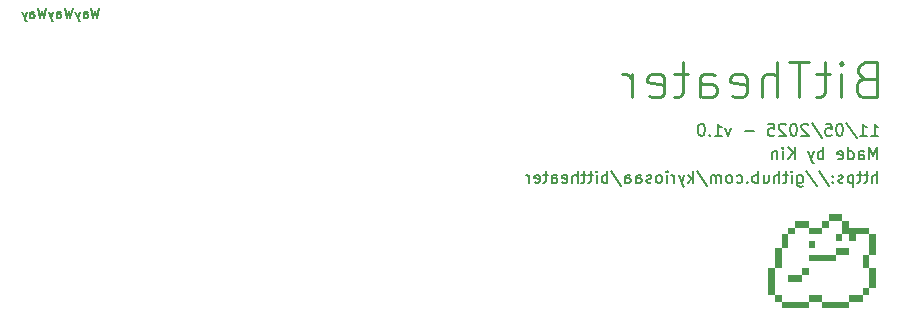
<source format=gbr>
%TF.GenerationSoftware,KiCad,Pcbnew,9.0.0*%
%TF.CreationDate,2025-05-12T01:14:56+07:00*%
%TF.ProjectId,bittheater,62697474-6865-4617-9465-722e6b696361,rev?*%
%TF.SameCoordinates,Original*%
%TF.FileFunction,Legend,Bot*%
%TF.FilePolarity,Positive*%
%FSLAX46Y46*%
G04 Gerber Fmt 4.6, Leading zero omitted, Abs format (unit mm)*
G04 Created by KiCad (PCBNEW 9.0.0) date 2025-05-12 01:14:56*
%MOMM*%
%LPD*%
G01*
G04 APERTURE LIST*
%ADD10C,0.150000*%
%ADD11C,0.250000*%
%ADD12C,0.000000*%
%ADD13C,2.000000*%
%ADD14R,1.600000X1.600000*%
%ADD15O,1.600000X1.600000*%
%ADD16C,1.600000*%
%ADD17R,1.700000X1.700000*%
%ADD18O,1.700000X1.700000*%
G04 APERTURE END LIST*
D10*
X164663220Y-83869819D02*
X164663220Y-82869819D01*
X164234649Y-83869819D02*
X164234649Y-83346009D01*
X164234649Y-83346009D02*
X164282268Y-83250771D01*
X164282268Y-83250771D02*
X164377506Y-83203152D01*
X164377506Y-83203152D02*
X164520363Y-83203152D01*
X164520363Y-83203152D02*
X164615601Y-83250771D01*
X164615601Y-83250771D02*
X164663220Y-83298390D01*
X163901315Y-83203152D02*
X163520363Y-83203152D01*
X163758458Y-82869819D02*
X163758458Y-83726961D01*
X163758458Y-83726961D02*
X163710839Y-83822200D01*
X163710839Y-83822200D02*
X163615601Y-83869819D01*
X163615601Y-83869819D02*
X163520363Y-83869819D01*
X163329886Y-83203152D02*
X162948934Y-83203152D01*
X163187029Y-82869819D02*
X163187029Y-83726961D01*
X163187029Y-83726961D02*
X163139410Y-83822200D01*
X163139410Y-83822200D02*
X163044172Y-83869819D01*
X163044172Y-83869819D02*
X162948934Y-83869819D01*
X162615600Y-83203152D02*
X162615600Y-84203152D01*
X162615600Y-83250771D02*
X162520362Y-83203152D01*
X162520362Y-83203152D02*
X162329886Y-83203152D01*
X162329886Y-83203152D02*
X162234648Y-83250771D01*
X162234648Y-83250771D02*
X162187029Y-83298390D01*
X162187029Y-83298390D02*
X162139410Y-83393628D01*
X162139410Y-83393628D02*
X162139410Y-83679342D01*
X162139410Y-83679342D02*
X162187029Y-83774580D01*
X162187029Y-83774580D02*
X162234648Y-83822200D01*
X162234648Y-83822200D02*
X162329886Y-83869819D01*
X162329886Y-83869819D02*
X162520362Y-83869819D01*
X162520362Y-83869819D02*
X162615600Y-83822200D01*
X161758457Y-83822200D02*
X161663219Y-83869819D01*
X161663219Y-83869819D02*
X161472743Y-83869819D01*
X161472743Y-83869819D02*
X161377505Y-83822200D01*
X161377505Y-83822200D02*
X161329886Y-83726961D01*
X161329886Y-83726961D02*
X161329886Y-83679342D01*
X161329886Y-83679342D02*
X161377505Y-83584104D01*
X161377505Y-83584104D02*
X161472743Y-83536485D01*
X161472743Y-83536485D02*
X161615600Y-83536485D01*
X161615600Y-83536485D02*
X161710838Y-83488866D01*
X161710838Y-83488866D02*
X161758457Y-83393628D01*
X161758457Y-83393628D02*
X161758457Y-83346009D01*
X161758457Y-83346009D02*
X161710838Y-83250771D01*
X161710838Y-83250771D02*
X161615600Y-83203152D01*
X161615600Y-83203152D02*
X161472743Y-83203152D01*
X161472743Y-83203152D02*
X161377505Y-83250771D01*
X160901314Y-83774580D02*
X160853695Y-83822200D01*
X160853695Y-83822200D02*
X160901314Y-83869819D01*
X160901314Y-83869819D02*
X160948933Y-83822200D01*
X160948933Y-83822200D02*
X160901314Y-83774580D01*
X160901314Y-83774580D02*
X160901314Y-83869819D01*
X160901314Y-83250771D02*
X160853695Y-83298390D01*
X160853695Y-83298390D02*
X160901314Y-83346009D01*
X160901314Y-83346009D02*
X160948933Y-83298390D01*
X160948933Y-83298390D02*
X160901314Y-83250771D01*
X160901314Y-83250771D02*
X160901314Y-83346009D01*
X159710839Y-82822200D02*
X160567981Y-84107914D01*
X158663220Y-82822200D02*
X159520362Y-84107914D01*
X157901315Y-83203152D02*
X157901315Y-84012676D01*
X157901315Y-84012676D02*
X157948934Y-84107914D01*
X157948934Y-84107914D02*
X157996553Y-84155533D01*
X157996553Y-84155533D02*
X158091791Y-84203152D01*
X158091791Y-84203152D02*
X158234648Y-84203152D01*
X158234648Y-84203152D02*
X158329886Y-84155533D01*
X157901315Y-83822200D02*
X157996553Y-83869819D01*
X157996553Y-83869819D02*
X158187029Y-83869819D01*
X158187029Y-83869819D02*
X158282267Y-83822200D01*
X158282267Y-83822200D02*
X158329886Y-83774580D01*
X158329886Y-83774580D02*
X158377505Y-83679342D01*
X158377505Y-83679342D02*
X158377505Y-83393628D01*
X158377505Y-83393628D02*
X158329886Y-83298390D01*
X158329886Y-83298390D02*
X158282267Y-83250771D01*
X158282267Y-83250771D02*
X158187029Y-83203152D01*
X158187029Y-83203152D02*
X157996553Y-83203152D01*
X157996553Y-83203152D02*
X157901315Y-83250771D01*
X157425124Y-83869819D02*
X157425124Y-83203152D01*
X157425124Y-82869819D02*
X157472743Y-82917438D01*
X157472743Y-82917438D02*
X157425124Y-82965057D01*
X157425124Y-82965057D02*
X157377505Y-82917438D01*
X157377505Y-82917438D02*
X157425124Y-82869819D01*
X157425124Y-82869819D02*
X157425124Y-82965057D01*
X157091791Y-83203152D02*
X156710839Y-83203152D01*
X156948934Y-82869819D02*
X156948934Y-83726961D01*
X156948934Y-83726961D02*
X156901315Y-83822200D01*
X156901315Y-83822200D02*
X156806077Y-83869819D01*
X156806077Y-83869819D02*
X156710839Y-83869819D01*
X156377505Y-83869819D02*
X156377505Y-82869819D01*
X155948934Y-83869819D02*
X155948934Y-83346009D01*
X155948934Y-83346009D02*
X155996553Y-83250771D01*
X155996553Y-83250771D02*
X156091791Y-83203152D01*
X156091791Y-83203152D02*
X156234648Y-83203152D01*
X156234648Y-83203152D02*
X156329886Y-83250771D01*
X156329886Y-83250771D02*
X156377505Y-83298390D01*
X155044172Y-83203152D02*
X155044172Y-83869819D01*
X155472743Y-83203152D02*
X155472743Y-83726961D01*
X155472743Y-83726961D02*
X155425124Y-83822200D01*
X155425124Y-83822200D02*
X155329886Y-83869819D01*
X155329886Y-83869819D02*
X155187029Y-83869819D01*
X155187029Y-83869819D02*
X155091791Y-83822200D01*
X155091791Y-83822200D02*
X155044172Y-83774580D01*
X154567981Y-83869819D02*
X154567981Y-82869819D01*
X154567981Y-83250771D02*
X154472743Y-83203152D01*
X154472743Y-83203152D02*
X154282267Y-83203152D01*
X154282267Y-83203152D02*
X154187029Y-83250771D01*
X154187029Y-83250771D02*
X154139410Y-83298390D01*
X154139410Y-83298390D02*
X154091791Y-83393628D01*
X154091791Y-83393628D02*
X154091791Y-83679342D01*
X154091791Y-83679342D02*
X154139410Y-83774580D01*
X154139410Y-83774580D02*
X154187029Y-83822200D01*
X154187029Y-83822200D02*
X154282267Y-83869819D01*
X154282267Y-83869819D02*
X154472743Y-83869819D01*
X154472743Y-83869819D02*
X154567981Y-83822200D01*
X153663219Y-83774580D02*
X153615600Y-83822200D01*
X153615600Y-83822200D02*
X153663219Y-83869819D01*
X153663219Y-83869819D02*
X153710838Y-83822200D01*
X153710838Y-83822200D02*
X153663219Y-83774580D01*
X153663219Y-83774580D02*
X153663219Y-83869819D01*
X152758458Y-83822200D02*
X152853696Y-83869819D01*
X152853696Y-83869819D02*
X153044172Y-83869819D01*
X153044172Y-83869819D02*
X153139410Y-83822200D01*
X153139410Y-83822200D02*
X153187029Y-83774580D01*
X153187029Y-83774580D02*
X153234648Y-83679342D01*
X153234648Y-83679342D02*
X153234648Y-83393628D01*
X153234648Y-83393628D02*
X153187029Y-83298390D01*
X153187029Y-83298390D02*
X153139410Y-83250771D01*
X153139410Y-83250771D02*
X153044172Y-83203152D01*
X153044172Y-83203152D02*
X152853696Y-83203152D01*
X152853696Y-83203152D02*
X152758458Y-83250771D01*
X152187029Y-83869819D02*
X152282267Y-83822200D01*
X152282267Y-83822200D02*
X152329886Y-83774580D01*
X152329886Y-83774580D02*
X152377505Y-83679342D01*
X152377505Y-83679342D02*
X152377505Y-83393628D01*
X152377505Y-83393628D02*
X152329886Y-83298390D01*
X152329886Y-83298390D02*
X152282267Y-83250771D01*
X152282267Y-83250771D02*
X152187029Y-83203152D01*
X152187029Y-83203152D02*
X152044172Y-83203152D01*
X152044172Y-83203152D02*
X151948934Y-83250771D01*
X151948934Y-83250771D02*
X151901315Y-83298390D01*
X151901315Y-83298390D02*
X151853696Y-83393628D01*
X151853696Y-83393628D02*
X151853696Y-83679342D01*
X151853696Y-83679342D02*
X151901315Y-83774580D01*
X151901315Y-83774580D02*
X151948934Y-83822200D01*
X151948934Y-83822200D02*
X152044172Y-83869819D01*
X152044172Y-83869819D02*
X152187029Y-83869819D01*
X151425124Y-83869819D02*
X151425124Y-83203152D01*
X151425124Y-83298390D02*
X151377505Y-83250771D01*
X151377505Y-83250771D02*
X151282267Y-83203152D01*
X151282267Y-83203152D02*
X151139410Y-83203152D01*
X151139410Y-83203152D02*
X151044172Y-83250771D01*
X151044172Y-83250771D02*
X150996553Y-83346009D01*
X150996553Y-83346009D02*
X150996553Y-83869819D01*
X150996553Y-83346009D02*
X150948934Y-83250771D01*
X150948934Y-83250771D02*
X150853696Y-83203152D01*
X150853696Y-83203152D02*
X150710839Y-83203152D01*
X150710839Y-83203152D02*
X150615600Y-83250771D01*
X150615600Y-83250771D02*
X150567981Y-83346009D01*
X150567981Y-83346009D02*
X150567981Y-83869819D01*
X149377506Y-82822200D02*
X150234648Y-84107914D01*
X149044172Y-83869819D02*
X149044172Y-82869819D01*
X148948934Y-83488866D02*
X148663220Y-83869819D01*
X148663220Y-83203152D02*
X149044172Y-83584104D01*
X148329886Y-83203152D02*
X148091791Y-83869819D01*
X147853696Y-83203152D02*
X148091791Y-83869819D01*
X148091791Y-83869819D02*
X148187029Y-84107914D01*
X148187029Y-84107914D02*
X148234648Y-84155533D01*
X148234648Y-84155533D02*
X148329886Y-84203152D01*
X147472743Y-83869819D02*
X147472743Y-83203152D01*
X147472743Y-83393628D02*
X147425124Y-83298390D01*
X147425124Y-83298390D02*
X147377505Y-83250771D01*
X147377505Y-83250771D02*
X147282267Y-83203152D01*
X147282267Y-83203152D02*
X147187029Y-83203152D01*
X146853695Y-83869819D02*
X146853695Y-83203152D01*
X146853695Y-82869819D02*
X146901314Y-82917438D01*
X146901314Y-82917438D02*
X146853695Y-82965057D01*
X146853695Y-82965057D02*
X146806076Y-82917438D01*
X146806076Y-82917438D02*
X146853695Y-82869819D01*
X146853695Y-82869819D02*
X146853695Y-82965057D01*
X146234648Y-83869819D02*
X146329886Y-83822200D01*
X146329886Y-83822200D02*
X146377505Y-83774580D01*
X146377505Y-83774580D02*
X146425124Y-83679342D01*
X146425124Y-83679342D02*
X146425124Y-83393628D01*
X146425124Y-83393628D02*
X146377505Y-83298390D01*
X146377505Y-83298390D02*
X146329886Y-83250771D01*
X146329886Y-83250771D02*
X146234648Y-83203152D01*
X146234648Y-83203152D02*
X146091791Y-83203152D01*
X146091791Y-83203152D02*
X145996553Y-83250771D01*
X145996553Y-83250771D02*
X145948934Y-83298390D01*
X145948934Y-83298390D02*
X145901315Y-83393628D01*
X145901315Y-83393628D02*
X145901315Y-83679342D01*
X145901315Y-83679342D02*
X145948934Y-83774580D01*
X145948934Y-83774580D02*
X145996553Y-83822200D01*
X145996553Y-83822200D02*
X146091791Y-83869819D01*
X146091791Y-83869819D02*
X146234648Y-83869819D01*
X145520362Y-83822200D02*
X145425124Y-83869819D01*
X145425124Y-83869819D02*
X145234648Y-83869819D01*
X145234648Y-83869819D02*
X145139410Y-83822200D01*
X145139410Y-83822200D02*
X145091791Y-83726961D01*
X145091791Y-83726961D02*
X145091791Y-83679342D01*
X145091791Y-83679342D02*
X145139410Y-83584104D01*
X145139410Y-83584104D02*
X145234648Y-83536485D01*
X145234648Y-83536485D02*
X145377505Y-83536485D01*
X145377505Y-83536485D02*
X145472743Y-83488866D01*
X145472743Y-83488866D02*
X145520362Y-83393628D01*
X145520362Y-83393628D02*
X145520362Y-83346009D01*
X145520362Y-83346009D02*
X145472743Y-83250771D01*
X145472743Y-83250771D02*
X145377505Y-83203152D01*
X145377505Y-83203152D02*
X145234648Y-83203152D01*
X145234648Y-83203152D02*
X145139410Y-83250771D01*
X144234648Y-83869819D02*
X144234648Y-83346009D01*
X144234648Y-83346009D02*
X144282267Y-83250771D01*
X144282267Y-83250771D02*
X144377505Y-83203152D01*
X144377505Y-83203152D02*
X144567981Y-83203152D01*
X144567981Y-83203152D02*
X144663219Y-83250771D01*
X144234648Y-83822200D02*
X144329886Y-83869819D01*
X144329886Y-83869819D02*
X144567981Y-83869819D01*
X144567981Y-83869819D02*
X144663219Y-83822200D01*
X144663219Y-83822200D02*
X144710838Y-83726961D01*
X144710838Y-83726961D02*
X144710838Y-83631723D01*
X144710838Y-83631723D02*
X144663219Y-83536485D01*
X144663219Y-83536485D02*
X144567981Y-83488866D01*
X144567981Y-83488866D02*
X144329886Y-83488866D01*
X144329886Y-83488866D02*
X144234648Y-83441247D01*
X143329886Y-83869819D02*
X143329886Y-83346009D01*
X143329886Y-83346009D02*
X143377505Y-83250771D01*
X143377505Y-83250771D02*
X143472743Y-83203152D01*
X143472743Y-83203152D02*
X143663219Y-83203152D01*
X143663219Y-83203152D02*
X143758457Y-83250771D01*
X143329886Y-83822200D02*
X143425124Y-83869819D01*
X143425124Y-83869819D02*
X143663219Y-83869819D01*
X143663219Y-83869819D02*
X143758457Y-83822200D01*
X143758457Y-83822200D02*
X143806076Y-83726961D01*
X143806076Y-83726961D02*
X143806076Y-83631723D01*
X143806076Y-83631723D02*
X143758457Y-83536485D01*
X143758457Y-83536485D02*
X143663219Y-83488866D01*
X143663219Y-83488866D02*
X143425124Y-83488866D01*
X143425124Y-83488866D02*
X143329886Y-83441247D01*
X142139410Y-82822200D02*
X142996552Y-84107914D01*
X141806076Y-83869819D02*
X141806076Y-82869819D01*
X141806076Y-83250771D02*
X141710838Y-83203152D01*
X141710838Y-83203152D02*
X141520362Y-83203152D01*
X141520362Y-83203152D02*
X141425124Y-83250771D01*
X141425124Y-83250771D02*
X141377505Y-83298390D01*
X141377505Y-83298390D02*
X141329886Y-83393628D01*
X141329886Y-83393628D02*
X141329886Y-83679342D01*
X141329886Y-83679342D02*
X141377505Y-83774580D01*
X141377505Y-83774580D02*
X141425124Y-83822200D01*
X141425124Y-83822200D02*
X141520362Y-83869819D01*
X141520362Y-83869819D02*
X141710838Y-83869819D01*
X141710838Y-83869819D02*
X141806076Y-83822200D01*
X140901314Y-83869819D02*
X140901314Y-83203152D01*
X140901314Y-82869819D02*
X140948933Y-82917438D01*
X140948933Y-82917438D02*
X140901314Y-82965057D01*
X140901314Y-82965057D02*
X140853695Y-82917438D01*
X140853695Y-82917438D02*
X140901314Y-82869819D01*
X140901314Y-82869819D02*
X140901314Y-82965057D01*
X140567981Y-83203152D02*
X140187029Y-83203152D01*
X140425124Y-82869819D02*
X140425124Y-83726961D01*
X140425124Y-83726961D02*
X140377505Y-83822200D01*
X140377505Y-83822200D02*
X140282267Y-83869819D01*
X140282267Y-83869819D02*
X140187029Y-83869819D01*
X139996552Y-83203152D02*
X139615600Y-83203152D01*
X139853695Y-82869819D02*
X139853695Y-83726961D01*
X139853695Y-83726961D02*
X139806076Y-83822200D01*
X139806076Y-83822200D02*
X139710838Y-83869819D01*
X139710838Y-83869819D02*
X139615600Y-83869819D01*
X139282266Y-83869819D02*
X139282266Y-82869819D01*
X138853695Y-83869819D02*
X138853695Y-83346009D01*
X138853695Y-83346009D02*
X138901314Y-83250771D01*
X138901314Y-83250771D02*
X138996552Y-83203152D01*
X138996552Y-83203152D02*
X139139409Y-83203152D01*
X139139409Y-83203152D02*
X139234647Y-83250771D01*
X139234647Y-83250771D02*
X139282266Y-83298390D01*
X137996552Y-83822200D02*
X138091790Y-83869819D01*
X138091790Y-83869819D02*
X138282266Y-83869819D01*
X138282266Y-83869819D02*
X138377504Y-83822200D01*
X138377504Y-83822200D02*
X138425123Y-83726961D01*
X138425123Y-83726961D02*
X138425123Y-83346009D01*
X138425123Y-83346009D02*
X138377504Y-83250771D01*
X138377504Y-83250771D02*
X138282266Y-83203152D01*
X138282266Y-83203152D02*
X138091790Y-83203152D01*
X138091790Y-83203152D02*
X137996552Y-83250771D01*
X137996552Y-83250771D02*
X137948933Y-83346009D01*
X137948933Y-83346009D02*
X137948933Y-83441247D01*
X137948933Y-83441247D02*
X138425123Y-83536485D01*
X137091790Y-83869819D02*
X137091790Y-83346009D01*
X137091790Y-83346009D02*
X137139409Y-83250771D01*
X137139409Y-83250771D02*
X137234647Y-83203152D01*
X137234647Y-83203152D02*
X137425123Y-83203152D01*
X137425123Y-83203152D02*
X137520361Y-83250771D01*
X137091790Y-83822200D02*
X137187028Y-83869819D01*
X137187028Y-83869819D02*
X137425123Y-83869819D01*
X137425123Y-83869819D02*
X137520361Y-83822200D01*
X137520361Y-83822200D02*
X137567980Y-83726961D01*
X137567980Y-83726961D02*
X137567980Y-83631723D01*
X137567980Y-83631723D02*
X137520361Y-83536485D01*
X137520361Y-83536485D02*
X137425123Y-83488866D01*
X137425123Y-83488866D02*
X137187028Y-83488866D01*
X137187028Y-83488866D02*
X137091790Y-83441247D01*
X136758456Y-83203152D02*
X136377504Y-83203152D01*
X136615599Y-82869819D02*
X136615599Y-83726961D01*
X136615599Y-83726961D02*
X136567980Y-83822200D01*
X136567980Y-83822200D02*
X136472742Y-83869819D01*
X136472742Y-83869819D02*
X136377504Y-83869819D01*
X135663218Y-83822200D02*
X135758456Y-83869819D01*
X135758456Y-83869819D02*
X135948932Y-83869819D01*
X135948932Y-83869819D02*
X136044170Y-83822200D01*
X136044170Y-83822200D02*
X136091789Y-83726961D01*
X136091789Y-83726961D02*
X136091789Y-83346009D01*
X136091789Y-83346009D02*
X136044170Y-83250771D01*
X136044170Y-83250771D02*
X135948932Y-83203152D01*
X135948932Y-83203152D02*
X135758456Y-83203152D01*
X135758456Y-83203152D02*
X135663218Y-83250771D01*
X135663218Y-83250771D02*
X135615599Y-83346009D01*
X135615599Y-83346009D02*
X135615599Y-83441247D01*
X135615599Y-83441247D02*
X136091789Y-83536485D01*
X135187027Y-83869819D02*
X135187027Y-83203152D01*
X135187027Y-83393628D02*
X135139408Y-83298390D01*
X135139408Y-83298390D02*
X135091789Y-83250771D01*
X135091789Y-83250771D02*
X134996551Y-83203152D01*
X134996551Y-83203152D02*
X134901313Y-83203152D01*
X98787030Y-69094295D02*
X98596554Y-69894295D01*
X98596554Y-69894295D02*
X98444173Y-69322866D01*
X98444173Y-69322866D02*
X98291792Y-69894295D01*
X98291792Y-69894295D02*
X98101316Y-69094295D01*
X97453696Y-69894295D02*
X97453696Y-69475247D01*
X97453696Y-69475247D02*
X97491791Y-69399057D01*
X97491791Y-69399057D02*
X97567982Y-69360961D01*
X97567982Y-69360961D02*
X97720363Y-69360961D01*
X97720363Y-69360961D02*
X97796553Y-69399057D01*
X97453696Y-69856200D02*
X97529887Y-69894295D01*
X97529887Y-69894295D02*
X97720363Y-69894295D01*
X97720363Y-69894295D02*
X97796553Y-69856200D01*
X97796553Y-69856200D02*
X97834649Y-69780009D01*
X97834649Y-69780009D02*
X97834649Y-69703819D01*
X97834649Y-69703819D02*
X97796553Y-69627628D01*
X97796553Y-69627628D02*
X97720363Y-69589533D01*
X97720363Y-69589533D02*
X97529887Y-69589533D01*
X97529887Y-69589533D02*
X97453696Y-69551438D01*
X97148934Y-69360961D02*
X96958458Y-69894295D01*
X96767981Y-69360961D02*
X96958458Y-69894295D01*
X96958458Y-69894295D02*
X97034648Y-70084771D01*
X97034648Y-70084771D02*
X97072743Y-70122866D01*
X97072743Y-70122866D02*
X97148934Y-70160961D01*
X96539410Y-69094295D02*
X96348934Y-69894295D01*
X96348934Y-69894295D02*
X96196553Y-69322866D01*
X96196553Y-69322866D02*
X96044172Y-69894295D01*
X96044172Y-69894295D02*
X95853696Y-69094295D01*
X95206076Y-69894295D02*
X95206076Y-69475247D01*
X95206076Y-69475247D02*
X95244171Y-69399057D01*
X95244171Y-69399057D02*
X95320362Y-69360961D01*
X95320362Y-69360961D02*
X95472743Y-69360961D01*
X95472743Y-69360961D02*
X95548933Y-69399057D01*
X95206076Y-69856200D02*
X95282267Y-69894295D01*
X95282267Y-69894295D02*
X95472743Y-69894295D01*
X95472743Y-69894295D02*
X95548933Y-69856200D01*
X95548933Y-69856200D02*
X95587029Y-69780009D01*
X95587029Y-69780009D02*
X95587029Y-69703819D01*
X95587029Y-69703819D02*
X95548933Y-69627628D01*
X95548933Y-69627628D02*
X95472743Y-69589533D01*
X95472743Y-69589533D02*
X95282267Y-69589533D01*
X95282267Y-69589533D02*
X95206076Y-69551438D01*
X94901314Y-69360961D02*
X94710838Y-69894295D01*
X94520361Y-69360961D02*
X94710838Y-69894295D01*
X94710838Y-69894295D02*
X94787028Y-70084771D01*
X94787028Y-70084771D02*
X94825123Y-70122866D01*
X94825123Y-70122866D02*
X94901314Y-70160961D01*
X94291790Y-69094295D02*
X94101314Y-69894295D01*
X94101314Y-69894295D02*
X93948933Y-69322866D01*
X93948933Y-69322866D02*
X93796552Y-69894295D01*
X93796552Y-69894295D02*
X93606076Y-69094295D01*
X92958456Y-69894295D02*
X92958456Y-69475247D01*
X92958456Y-69475247D02*
X92996551Y-69399057D01*
X92996551Y-69399057D02*
X93072742Y-69360961D01*
X93072742Y-69360961D02*
X93225123Y-69360961D01*
X93225123Y-69360961D02*
X93301313Y-69399057D01*
X92958456Y-69856200D02*
X93034647Y-69894295D01*
X93034647Y-69894295D02*
X93225123Y-69894295D01*
X93225123Y-69894295D02*
X93301313Y-69856200D01*
X93301313Y-69856200D02*
X93339409Y-69780009D01*
X93339409Y-69780009D02*
X93339409Y-69703819D01*
X93339409Y-69703819D02*
X93301313Y-69627628D01*
X93301313Y-69627628D02*
X93225123Y-69589533D01*
X93225123Y-69589533D02*
X93034647Y-69589533D01*
X93034647Y-69589533D02*
X92958456Y-69551438D01*
X92653694Y-69360961D02*
X92463218Y-69894295D01*
X92272741Y-69360961D02*
X92463218Y-69894295D01*
X92463218Y-69894295D02*
X92539408Y-70084771D01*
X92539408Y-70084771D02*
X92577503Y-70122866D01*
X92577503Y-70122866D02*
X92653694Y-70160961D01*
D11*
X163621241Y-75048428D02*
X163192669Y-75191285D01*
X163192669Y-75191285D02*
X163049812Y-75334142D01*
X163049812Y-75334142D02*
X162906955Y-75619857D01*
X162906955Y-75619857D02*
X162906955Y-76048428D01*
X162906955Y-76048428D02*
X163049812Y-76334142D01*
X163049812Y-76334142D02*
X163192669Y-76477000D01*
X163192669Y-76477000D02*
X163478384Y-76619857D01*
X163478384Y-76619857D02*
X164621241Y-76619857D01*
X164621241Y-76619857D02*
X164621241Y-73619857D01*
X164621241Y-73619857D02*
X163621241Y-73619857D01*
X163621241Y-73619857D02*
X163335527Y-73762714D01*
X163335527Y-73762714D02*
X163192669Y-73905571D01*
X163192669Y-73905571D02*
X163049812Y-74191285D01*
X163049812Y-74191285D02*
X163049812Y-74477000D01*
X163049812Y-74477000D02*
X163192669Y-74762714D01*
X163192669Y-74762714D02*
X163335527Y-74905571D01*
X163335527Y-74905571D02*
X163621241Y-75048428D01*
X163621241Y-75048428D02*
X164621241Y-75048428D01*
X161621241Y-76619857D02*
X161621241Y-74619857D01*
X161621241Y-73619857D02*
X161764098Y-73762714D01*
X161764098Y-73762714D02*
X161621241Y-73905571D01*
X161621241Y-73905571D02*
X161478384Y-73762714D01*
X161478384Y-73762714D02*
X161621241Y-73619857D01*
X161621241Y-73619857D02*
X161621241Y-73905571D01*
X160621241Y-74619857D02*
X159478384Y-74619857D01*
X160192670Y-73619857D02*
X160192670Y-76191285D01*
X160192670Y-76191285D02*
X160049813Y-76477000D01*
X160049813Y-76477000D02*
X159764098Y-76619857D01*
X159764098Y-76619857D02*
X159478384Y-76619857D01*
X158906955Y-73619857D02*
X157192670Y-73619857D01*
X158049812Y-76619857D02*
X158049812Y-73619857D01*
X156192670Y-76619857D02*
X156192670Y-73619857D01*
X154906956Y-76619857D02*
X154906956Y-75048428D01*
X154906956Y-75048428D02*
X155049813Y-74762714D01*
X155049813Y-74762714D02*
X155335527Y-74619857D01*
X155335527Y-74619857D02*
X155764098Y-74619857D01*
X155764098Y-74619857D02*
X156049813Y-74762714D01*
X156049813Y-74762714D02*
X156192670Y-74905571D01*
X152335527Y-76477000D02*
X152621241Y-76619857D01*
X152621241Y-76619857D02*
X153192670Y-76619857D01*
X153192670Y-76619857D02*
X153478384Y-76477000D01*
X153478384Y-76477000D02*
X153621241Y-76191285D01*
X153621241Y-76191285D02*
X153621241Y-75048428D01*
X153621241Y-75048428D02*
X153478384Y-74762714D01*
X153478384Y-74762714D02*
X153192670Y-74619857D01*
X153192670Y-74619857D02*
X152621241Y-74619857D01*
X152621241Y-74619857D02*
X152335527Y-74762714D01*
X152335527Y-74762714D02*
X152192670Y-75048428D01*
X152192670Y-75048428D02*
X152192670Y-75334142D01*
X152192670Y-75334142D02*
X153621241Y-75619857D01*
X149621241Y-76619857D02*
X149621241Y-75048428D01*
X149621241Y-75048428D02*
X149764098Y-74762714D01*
X149764098Y-74762714D02*
X150049812Y-74619857D01*
X150049812Y-74619857D02*
X150621241Y-74619857D01*
X150621241Y-74619857D02*
X150906955Y-74762714D01*
X149621241Y-76477000D02*
X149906955Y-76619857D01*
X149906955Y-76619857D02*
X150621241Y-76619857D01*
X150621241Y-76619857D02*
X150906955Y-76477000D01*
X150906955Y-76477000D02*
X151049812Y-76191285D01*
X151049812Y-76191285D02*
X151049812Y-75905571D01*
X151049812Y-75905571D02*
X150906955Y-75619857D01*
X150906955Y-75619857D02*
X150621241Y-75477000D01*
X150621241Y-75477000D02*
X149906955Y-75477000D01*
X149906955Y-75477000D02*
X149621241Y-75334142D01*
X148621240Y-74619857D02*
X147478383Y-74619857D01*
X148192669Y-73619857D02*
X148192669Y-76191285D01*
X148192669Y-76191285D02*
X148049812Y-76477000D01*
X148049812Y-76477000D02*
X147764097Y-76619857D01*
X147764097Y-76619857D02*
X147478383Y-76619857D01*
X145335526Y-76477000D02*
X145621240Y-76619857D01*
X145621240Y-76619857D02*
X146192669Y-76619857D01*
X146192669Y-76619857D02*
X146478383Y-76477000D01*
X146478383Y-76477000D02*
X146621240Y-76191285D01*
X146621240Y-76191285D02*
X146621240Y-75048428D01*
X146621240Y-75048428D02*
X146478383Y-74762714D01*
X146478383Y-74762714D02*
X146192669Y-74619857D01*
X146192669Y-74619857D02*
X145621240Y-74619857D01*
X145621240Y-74619857D02*
X145335526Y-74762714D01*
X145335526Y-74762714D02*
X145192669Y-75048428D01*
X145192669Y-75048428D02*
X145192669Y-75334142D01*
X145192669Y-75334142D02*
X146621240Y-75619857D01*
X143906954Y-76619857D02*
X143906954Y-74619857D01*
X143906954Y-75191285D02*
X143764097Y-74905571D01*
X143764097Y-74905571D02*
X143621240Y-74762714D01*
X143621240Y-74762714D02*
X143335525Y-74619857D01*
X143335525Y-74619857D02*
X143049811Y-74619857D01*
D10*
X164139411Y-79869819D02*
X164710839Y-79869819D01*
X164425125Y-79869819D02*
X164425125Y-78869819D01*
X164425125Y-78869819D02*
X164520363Y-79012676D01*
X164520363Y-79012676D02*
X164615601Y-79107914D01*
X164615601Y-79107914D02*
X164710839Y-79155533D01*
X163187030Y-79869819D02*
X163758458Y-79869819D01*
X163472744Y-79869819D02*
X163472744Y-78869819D01*
X163472744Y-78869819D02*
X163567982Y-79012676D01*
X163567982Y-79012676D02*
X163663220Y-79107914D01*
X163663220Y-79107914D02*
X163758458Y-79155533D01*
X162044173Y-78822200D02*
X162901315Y-80107914D01*
X161520363Y-78869819D02*
X161425125Y-78869819D01*
X161425125Y-78869819D02*
X161329887Y-78917438D01*
X161329887Y-78917438D02*
X161282268Y-78965057D01*
X161282268Y-78965057D02*
X161234649Y-79060295D01*
X161234649Y-79060295D02*
X161187030Y-79250771D01*
X161187030Y-79250771D02*
X161187030Y-79488866D01*
X161187030Y-79488866D02*
X161234649Y-79679342D01*
X161234649Y-79679342D02*
X161282268Y-79774580D01*
X161282268Y-79774580D02*
X161329887Y-79822200D01*
X161329887Y-79822200D02*
X161425125Y-79869819D01*
X161425125Y-79869819D02*
X161520363Y-79869819D01*
X161520363Y-79869819D02*
X161615601Y-79822200D01*
X161615601Y-79822200D02*
X161663220Y-79774580D01*
X161663220Y-79774580D02*
X161710839Y-79679342D01*
X161710839Y-79679342D02*
X161758458Y-79488866D01*
X161758458Y-79488866D02*
X161758458Y-79250771D01*
X161758458Y-79250771D02*
X161710839Y-79060295D01*
X161710839Y-79060295D02*
X161663220Y-78965057D01*
X161663220Y-78965057D02*
X161615601Y-78917438D01*
X161615601Y-78917438D02*
X161520363Y-78869819D01*
X160282268Y-78869819D02*
X160758458Y-78869819D01*
X160758458Y-78869819D02*
X160806077Y-79346009D01*
X160806077Y-79346009D02*
X160758458Y-79298390D01*
X160758458Y-79298390D02*
X160663220Y-79250771D01*
X160663220Y-79250771D02*
X160425125Y-79250771D01*
X160425125Y-79250771D02*
X160329887Y-79298390D01*
X160329887Y-79298390D02*
X160282268Y-79346009D01*
X160282268Y-79346009D02*
X160234649Y-79441247D01*
X160234649Y-79441247D02*
X160234649Y-79679342D01*
X160234649Y-79679342D02*
X160282268Y-79774580D01*
X160282268Y-79774580D02*
X160329887Y-79822200D01*
X160329887Y-79822200D02*
X160425125Y-79869819D01*
X160425125Y-79869819D02*
X160663220Y-79869819D01*
X160663220Y-79869819D02*
X160758458Y-79822200D01*
X160758458Y-79822200D02*
X160806077Y-79774580D01*
X159091792Y-78822200D02*
X159948934Y-80107914D01*
X158806077Y-78965057D02*
X158758458Y-78917438D01*
X158758458Y-78917438D02*
X158663220Y-78869819D01*
X158663220Y-78869819D02*
X158425125Y-78869819D01*
X158425125Y-78869819D02*
X158329887Y-78917438D01*
X158329887Y-78917438D02*
X158282268Y-78965057D01*
X158282268Y-78965057D02*
X158234649Y-79060295D01*
X158234649Y-79060295D02*
X158234649Y-79155533D01*
X158234649Y-79155533D02*
X158282268Y-79298390D01*
X158282268Y-79298390D02*
X158853696Y-79869819D01*
X158853696Y-79869819D02*
X158234649Y-79869819D01*
X157615601Y-78869819D02*
X157520363Y-78869819D01*
X157520363Y-78869819D02*
X157425125Y-78917438D01*
X157425125Y-78917438D02*
X157377506Y-78965057D01*
X157377506Y-78965057D02*
X157329887Y-79060295D01*
X157329887Y-79060295D02*
X157282268Y-79250771D01*
X157282268Y-79250771D02*
X157282268Y-79488866D01*
X157282268Y-79488866D02*
X157329887Y-79679342D01*
X157329887Y-79679342D02*
X157377506Y-79774580D01*
X157377506Y-79774580D02*
X157425125Y-79822200D01*
X157425125Y-79822200D02*
X157520363Y-79869819D01*
X157520363Y-79869819D02*
X157615601Y-79869819D01*
X157615601Y-79869819D02*
X157710839Y-79822200D01*
X157710839Y-79822200D02*
X157758458Y-79774580D01*
X157758458Y-79774580D02*
X157806077Y-79679342D01*
X157806077Y-79679342D02*
X157853696Y-79488866D01*
X157853696Y-79488866D02*
X157853696Y-79250771D01*
X157853696Y-79250771D02*
X157806077Y-79060295D01*
X157806077Y-79060295D02*
X157758458Y-78965057D01*
X157758458Y-78965057D02*
X157710839Y-78917438D01*
X157710839Y-78917438D02*
X157615601Y-78869819D01*
X156901315Y-78965057D02*
X156853696Y-78917438D01*
X156853696Y-78917438D02*
X156758458Y-78869819D01*
X156758458Y-78869819D02*
X156520363Y-78869819D01*
X156520363Y-78869819D02*
X156425125Y-78917438D01*
X156425125Y-78917438D02*
X156377506Y-78965057D01*
X156377506Y-78965057D02*
X156329887Y-79060295D01*
X156329887Y-79060295D02*
X156329887Y-79155533D01*
X156329887Y-79155533D02*
X156377506Y-79298390D01*
X156377506Y-79298390D02*
X156948934Y-79869819D01*
X156948934Y-79869819D02*
X156329887Y-79869819D01*
X155425125Y-78869819D02*
X155901315Y-78869819D01*
X155901315Y-78869819D02*
X155948934Y-79346009D01*
X155948934Y-79346009D02*
X155901315Y-79298390D01*
X155901315Y-79298390D02*
X155806077Y-79250771D01*
X155806077Y-79250771D02*
X155567982Y-79250771D01*
X155567982Y-79250771D02*
X155472744Y-79298390D01*
X155472744Y-79298390D02*
X155425125Y-79346009D01*
X155425125Y-79346009D02*
X155377506Y-79441247D01*
X155377506Y-79441247D02*
X155377506Y-79679342D01*
X155377506Y-79679342D02*
X155425125Y-79774580D01*
X155425125Y-79774580D02*
X155472744Y-79822200D01*
X155472744Y-79822200D02*
X155567982Y-79869819D01*
X155567982Y-79869819D02*
X155806077Y-79869819D01*
X155806077Y-79869819D02*
X155901315Y-79822200D01*
X155901315Y-79822200D02*
X155948934Y-79774580D01*
X154187029Y-79488866D02*
X153425125Y-79488866D01*
X152282267Y-79203152D02*
X152044172Y-79869819D01*
X152044172Y-79869819D02*
X151806077Y-79203152D01*
X150901315Y-79869819D02*
X151472743Y-79869819D01*
X151187029Y-79869819D02*
X151187029Y-78869819D01*
X151187029Y-78869819D02*
X151282267Y-79012676D01*
X151282267Y-79012676D02*
X151377505Y-79107914D01*
X151377505Y-79107914D02*
X151472743Y-79155533D01*
X150472743Y-79774580D02*
X150425124Y-79822200D01*
X150425124Y-79822200D02*
X150472743Y-79869819D01*
X150472743Y-79869819D02*
X150520362Y-79822200D01*
X150520362Y-79822200D02*
X150472743Y-79774580D01*
X150472743Y-79774580D02*
X150472743Y-79869819D01*
X149806077Y-78869819D02*
X149710839Y-78869819D01*
X149710839Y-78869819D02*
X149615601Y-78917438D01*
X149615601Y-78917438D02*
X149567982Y-78965057D01*
X149567982Y-78965057D02*
X149520363Y-79060295D01*
X149520363Y-79060295D02*
X149472744Y-79250771D01*
X149472744Y-79250771D02*
X149472744Y-79488866D01*
X149472744Y-79488866D02*
X149520363Y-79679342D01*
X149520363Y-79679342D02*
X149567982Y-79774580D01*
X149567982Y-79774580D02*
X149615601Y-79822200D01*
X149615601Y-79822200D02*
X149710839Y-79869819D01*
X149710839Y-79869819D02*
X149806077Y-79869819D01*
X149806077Y-79869819D02*
X149901315Y-79822200D01*
X149901315Y-79822200D02*
X149948934Y-79774580D01*
X149948934Y-79774580D02*
X149996553Y-79679342D01*
X149996553Y-79679342D02*
X150044172Y-79488866D01*
X150044172Y-79488866D02*
X150044172Y-79250771D01*
X150044172Y-79250771D02*
X149996553Y-79060295D01*
X149996553Y-79060295D02*
X149948934Y-78965057D01*
X149948934Y-78965057D02*
X149901315Y-78917438D01*
X149901315Y-78917438D02*
X149806077Y-78869819D01*
X164663220Y-81869819D02*
X164663220Y-80869819D01*
X164663220Y-80869819D02*
X164329887Y-81584104D01*
X164329887Y-81584104D02*
X163996554Y-80869819D01*
X163996554Y-80869819D02*
X163996554Y-81869819D01*
X163091792Y-81869819D02*
X163091792Y-81346009D01*
X163091792Y-81346009D02*
X163139411Y-81250771D01*
X163139411Y-81250771D02*
X163234649Y-81203152D01*
X163234649Y-81203152D02*
X163425125Y-81203152D01*
X163425125Y-81203152D02*
X163520363Y-81250771D01*
X163091792Y-81822200D02*
X163187030Y-81869819D01*
X163187030Y-81869819D02*
X163425125Y-81869819D01*
X163425125Y-81869819D02*
X163520363Y-81822200D01*
X163520363Y-81822200D02*
X163567982Y-81726961D01*
X163567982Y-81726961D02*
X163567982Y-81631723D01*
X163567982Y-81631723D02*
X163520363Y-81536485D01*
X163520363Y-81536485D02*
X163425125Y-81488866D01*
X163425125Y-81488866D02*
X163187030Y-81488866D01*
X163187030Y-81488866D02*
X163091792Y-81441247D01*
X162187030Y-81869819D02*
X162187030Y-80869819D01*
X162187030Y-81822200D02*
X162282268Y-81869819D01*
X162282268Y-81869819D02*
X162472744Y-81869819D01*
X162472744Y-81869819D02*
X162567982Y-81822200D01*
X162567982Y-81822200D02*
X162615601Y-81774580D01*
X162615601Y-81774580D02*
X162663220Y-81679342D01*
X162663220Y-81679342D02*
X162663220Y-81393628D01*
X162663220Y-81393628D02*
X162615601Y-81298390D01*
X162615601Y-81298390D02*
X162567982Y-81250771D01*
X162567982Y-81250771D02*
X162472744Y-81203152D01*
X162472744Y-81203152D02*
X162282268Y-81203152D01*
X162282268Y-81203152D02*
X162187030Y-81250771D01*
X161329887Y-81822200D02*
X161425125Y-81869819D01*
X161425125Y-81869819D02*
X161615601Y-81869819D01*
X161615601Y-81869819D02*
X161710839Y-81822200D01*
X161710839Y-81822200D02*
X161758458Y-81726961D01*
X161758458Y-81726961D02*
X161758458Y-81346009D01*
X161758458Y-81346009D02*
X161710839Y-81250771D01*
X161710839Y-81250771D02*
X161615601Y-81203152D01*
X161615601Y-81203152D02*
X161425125Y-81203152D01*
X161425125Y-81203152D02*
X161329887Y-81250771D01*
X161329887Y-81250771D02*
X161282268Y-81346009D01*
X161282268Y-81346009D02*
X161282268Y-81441247D01*
X161282268Y-81441247D02*
X161758458Y-81536485D01*
X160091791Y-81869819D02*
X160091791Y-80869819D01*
X160091791Y-81250771D02*
X159996553Y-81203152D01*
X159996553Y-81203152D02*
X159806077Y-81203152D01*
X159806077Y-81203152D02*
X159710839Y-81250771D01*
X159710839Y-81250771D02*
X159663220Y-81298390D01*
X159663220Y-81298390D02*
X159615601Y-81393628D01*
X159615601Y-81393628D02*
X159615601Y-81679342D01*
X159615601Y-81679342D02*
X159663220Y-81774580D01*
X159663220Y-81774580D02*
X159710839Y-81822200D01*
X159710839Y-81822200D02*
X159806077Y-81869819D01*
X159806077Y-81869819D02*
X159996553Y-81869819D01*
X159996553Y-81869819D02*
X160091791Y-81822200D01*
X159282267Y-81203152D02*
X159044172Y-81869819D01*
X158806077Y-81203152D02*
X159044172Y-81869819D01*
X159044172Y-81869819D02*
X159139410Y-82107914D01*
X159139410Y-82107914D02*
X159187029Y-82155533D01*
X159187029Y-82155533D02*
X159282267Y-82203152D01*
X157663219Y-81869819D02*
X157663219Y-80869819D01*
X157091791Y-81869819D02*
X157520362Y-81298390D01*
X157091791Y-80869819D02*
X157663219Y-81441247D01*
X156663219Y-81869819D02*
X156663219Y-81203152D01*
X156663219Y-80869819D02*
X156710838Y-80917438D01*
X156710838Y-80917438D02*
X156663219Y-80965057D01*
X156663219Y-80965057D02*
X156615600Y-80917438D01*
X156615600Y-80917438D02*
X156663219Y-80869819D01*
X156663219Y-80869819D02*
X156663219Y-80965057D01*
X156187029Y-81203152D02*
X156187029Y-81869819D01*
X156187029Y-81298390D02*
X156139410Y-81250771D01*
X156139410Y-81250771D02*
X156044172Y-81203152D01*
X156044172Y-81203152D02*
X155901315Y-81203152D01*
X155901315Y-81203152D02*
X155806077Y-81250771D01*
X155806077Y-81250771D02*
X155758458Y-81346009D01*
X155758458Y-81346009D02*
X155758458Y-81869819D01*
D12*
%TO.C,Ditto*%
G36*
X156568610Y-90222404D02*
G01*
X156568610Y-91078323D01*
X156283304Y-91078323D01*
X155997997Y-91078323D01*
X155997997Y-90222404D01*
X155997997Y-89366484D01*
X156283304Y-89366484D01*
X156568610Y-89366484D01*
X156568610Y-90222404D01*
G37*
G36*
X157139223Y-88795870D02*
G01*
X157139223Y-89366484D01*
X156853917Y-89366484D01*
X156568610Y-89366484D01*
X156568610Y-88795870D01*
X156568610Y-88225257D01*
X156853917Y-88225257D01*
X157139223Y-88225257D01*
X157139223Y-88795870D01*
G37*
G36*
X157709837Y-87939951D02*
G01*
X157709837Y-88225257D01*
X157424530Y-88225257D01*
X157139223Y-88225257D01*
X157139223Y-87939951D01*
X157139223Y-87654644D01*
X157424530Y-87654644D01*
X157709837Y-87654644D01*
X157709837Y-87939951D01*
G37*
G36*
X158280450Y-91934243D02*
G01*
X158280450Y-92219550D01*
X157709837Y-92219550D01*
X157139223Y-92219550D01*
X157139223Y-91934243D01*
X157139223Y-91648937D01*
X157709837Y-91648937D01*
X158280450Y-91648937D01*
X158280450Y-91934243D01*
G37*
G36*
X158851063Y-91363630D02*
G01*
X158851063Y-91648937D01*
X158565757Y-91648937D01*
X158280450Y-91648937D01*
X158280450Y-91363630D01*
X158280450Y-91078323D01*
X158565757Y-91078323D01*
X158851063Y-91078323D01*
X158851063Y-91363630D01*
G37*
G36*
X159421676Y-89081177D02*
G01*
X159421676Y-89366484D01*
X159136370Y-89366484D01*
X158851063Y-89366484D01*
X158851063Y-89081177D01*
X158851063Y-88795870D01*
X159136370Y-88795870D01*
X159421676Y-88795870D01*
X159421676Y-89081177D01*
G37*
G36*
X161133516Y-90222404D02*
G01*
X161133516Y-90507710D01*
X159992290Y-90507710D01*
X158851063Y-90507710D01*
X158851063Y-90222404D01*
X158851063Y-89937097D01*
X159992290Y-89937097D01*
X161133516Y-89937097D01*
X161133516Y-90222404D01*
G37*
G36*
X161704129Y-88510564D02*
G01*
X161704129Y-88795870D01*
X161418823Y-88795870D01*
X161133516Y-88795870D01*
X161133516Y-88510564D01*
X161133516Y-88225257D01*
X161418823Y-88225257D01*
X161704129Y-88225257D01*
X161704129Y-88510564D01*
G37*
G36*
X162274743Y-89651790D02*
G01*
X162274743Y-89937097D01*
X161704129Y-89937097D01*
X161133516Y-89937097D01*
X161133516Y-89651790D01*
X161133516Y-89366484D01*
X161704129Y-89366484D01*
X162274743Y-89366484D01*
X162274743Y-89651790D01*
G37*
G36*
X163986582Y-93075470D02*
G01*
X163986582Y-93360776D01*
X163701276Y-93360776D01*
X163415969Y-93360776D01*
X163415969Y-93075470D01*
X163415969Y-92790163D01*
X163701276Y-92790163D01*
X163986582Y-92790163D01*
X163986582Y-93075470D01*
G37*
G36*
X164271889Y-91078323D02*
G01*
X164557196Y-91078323D01*
X164557196Y-91934243D01*
X164557196Y-92790163D01*
X164271889Y-92790163D01*
X163986582Y-92790163D01*
X163986582Y-91934243D01*
X163986582Y-91078323D01*
X164271889Y-91078323D01*
G37*
G36*
X163986582Y-90507710D02*
G01*
X163986582Y-91078323D01*
X163701276Y-91078323D01*
X163415969Y-91078323D01*
X163415969Y-90507710D01*
X163415969Y-89937097D01*
X163701276Y-89937097D01*
X163986582Y-89937097D01*
X163986582Y-90507710D01*
G37*
G36*
X158851063Y-87369337D02*
G01*
X158851063Y-87654644D01*
X159421676Y-87654644D01*
X159992290Y-87654644D01*
X159992290Y-87369337D01*
X159992290Y-87084031D01*
X160277596Y-87084031D01*
X160562903Y-87084031D01*
X160562903Y-87369337D01*
X160562903Y-87654644D01*
X160277596Y-87654644D01*
X159992290Y-87654644D01*
X159992290Y-87939951D01*
X159992290Y-88225257D01*
X159421676Y-88225257D01*
X158851063Y-88225257D01*
X158851063Y-87939951D01*
X158851063Y-87654644D01*
X158280450Y-87654644D01*
X157709837Y-87654644D01*
X157709837Y-87369337D01*
X157709837Y-87084031D01*
X158280450Y-87084031D01*
X158851063Y-87084031D01*
X158851063Y-87369337D01*
G37*
G36*
X164271889Y-88225257D02*
G01*
X164557196Y-88225257D01*
X164557196Y-89081177D01*
X164557196Y-89937097D01*
X164271889Y-89937097D01*
X163986582Y-89937097D01*
X163986582Y-89081177D01*
X163986582Y-88225257D01*
X164271889Y-88225257D01*
G37*
G36*
X161989436Y-87084031D02*
G01*
X162274743Y-87084031D01*
X162274743Y-87369337D01*
X162274743Y-87654644D01*
X163130662Y-87654644D01*
X163986582Y-87654644D01*
X163986582Y-87939951D01*
X163986582Y-88225257D01*
X163415969Y-88225257D01*
X162845356Y-88225257D01*
X162845356Y-88510564D01*
X162845356Y-88795870D01*
X162560049Y-88795870D01*
X162274743Y-88795870D01*
X162274743Y-88510564D01*
X162274743Y-88225257D01*
X161989436Y-88225257D01*
X161704129Y-88225257D01*
X161704129Y-87654644D01*
X161704129Y-87084031D01*
X161989436Y-87084031D01*
G37*
G36*
X161704129Y-86798724D02*
G01*
X161704129Y-87084031D01*
X161133516Y-87084031D01*
X160562903Y-87084031D01*
X160562903Y-86798724D01*
X160562903Y-86513417D01*
X161133516Y-86513417D01*
X161704129Y-86513417D01*
X161704129Y-86798724D01*
G37*
G36*
X156283304Y-93360776D02*
G01*
X156568610Y-93360776D01*
X156568610Y-93646083D01*
X156568610Y-93931390D01*
X157709837Y-93931390D01*
X158851063Y-93931390D01*
X158851063Y-93646083D01*
X158851063Y-93360776D01*
X159421676Y-93360776D01*
X159992290Y-93360776D01*
X159992290Y-93646083D01*
X159992290Y-93931390D01*
X161133516Y-93931390D01*
X162274743Y-93931390D01*
X162274743Y-93646083D01*
X162274743Y-93360776D01*
X162845356Y-93360776D01*
X163415969Y-93360776D01*
X163415969Y-93646083D01*
X163415969Y-93931390D01*
X162845356Y-93931390D01*
X162274743Y-93931390D01*
X162274743Y-94216696D01*
X162274743Y-94502003D01*
X161133516Y-94502003D01*
X159992290Y-94502003D01*
X159992290Y-94216696D01*
X159992290Y-93931390D01*
X159421676Y-93931390D01*
X158851063Y-93931390D01*
X158851063Y-94216696D01*
X158851063Y-94502003D01*
X157709837Y-94502003D01*
X156568610Y-94502003D01*
X156568610Y-94216696D01*
X156568610Y-93931390D01*
X156283304Y-93931390D01*
X155997997Y-93931390D01*
X155997997Y-93646083D01*
X155997997Y-93360776D01*
X156283304Y-93360776D01*
G37*
G36*
X155997997Y-92219550D02*
G01*
X155997997Y-93360776D01*
X155712690Y-93360776D01*
X155427384Y-93360776D01*
X155427384Y-92219550D01*
X155427384Y-91078323D01*
X155712690Y-91078323D01*
X155997997Y-91078323D01*
X155997997Y-92219550D01*
G37*
%TD*%
%LPC*%
D13*
%TO.C,SELECT*%
X147320000Y-111760000D03*
X153820000Y-111760000D03*
X147320000Y-116260000D03*
X153820000Y-116260000D03*
%TD*%
D14*
%TO.C,NANO*%
X134620000Y-111760000D03*
D15*
X132080000Y-111760000D03*
X129540000Y-111760000D03*
X127000000Y-111760000D03*
X124460000Y-111760000D03*
X121920000Y-111760000D03*
X119380000Y-111760000D03*
X116840000Y-111760000D03*
X114300000Y-111760000D03*
X111760000Y-111760000D03*
X109220000Y-111760000D03*
X106680000Y-111760000D03*
X104140000Y-111760000D03*
X101600000Y-111760000D03*
X99060000Y-111760000D03*
X99060000Y-127000000D03*
X101600000Y-127000000D03*
X104140000Y-127000000D03*
X106680000Y-127000000D03*
X109220000Y-127000000D03*
X111760000Y-127000000D03*
X114300000Y-127000000D03*
X116840000Y-127000000D03*
X119380000Y-127000000D03*
X121920000Y-127000000D03*
X124460000Y-127000000D03*
X127000000Y-127000000D03*
X129540000Y-127000000D03*
X132080000Y-127000000D03*
X134620000Y-127000000D03*
%TD*%
D16*
%TO.C,10K*%
X160020000Y-124460000D03*
D15*
X167640000Y-124460000D03*
%TD*%
D16*
%TO.C,10K*%
X160020000Y-114300000D03*
D15*
X167640000Y-114300000D03*
%TD*%
D17*
%TO.C,I2C Pins*%
X99060000Y-76200000D03*
D18*
X99060000Y-78740000D03*
X99060000Y-81280000D03*
X99060000Y-83820000D03*
%TD*%
D13*
%TO.C,START*%
X147320000Y-122500000D03*
X153820000Y-122500000D03*
X147320000Y-127000000D03*
X153820000Y-127000000D03*
%TD*%
%LPD*%
M02*

</source>
